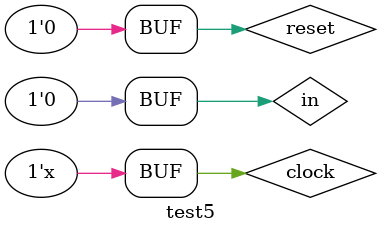
<source format=v>
module test5; 

reg clock, reset, in;
wire out;

  my_fsm U0 ( 
  .clock (clock),
  .reset (reset),
  .in    (in),
  .out  (out) 
  ); 
   
 
initial begin
  clock = 1;
  reset = 1;
  in = 0;
  $display("Starting simulation...");
  #2;
  reset = 0;
  #2;
  if (out !== 1'b0) $display("Failed 1"); 
  
  in = 0;
  #2;
  if (out !== 1'b0) $display("Failed 2");
  
  in = 1;  
  #2;
  if (out !== 1'b0) $display("Failed 3");
  
  in = 0;
  #2;
  if (out !== 1'b0) $display("Failed 4"); 
  
  in = 0;
  #2;
  if (out !== 1'b0) $display("Failed 5"); 
  
  #2; 
  if (out !== 1'b1) $display("Failed 6");  
  $display("Done...");
end 
  

always begin
   #1 clock = !clock;
end
   
endmodule
</source>
